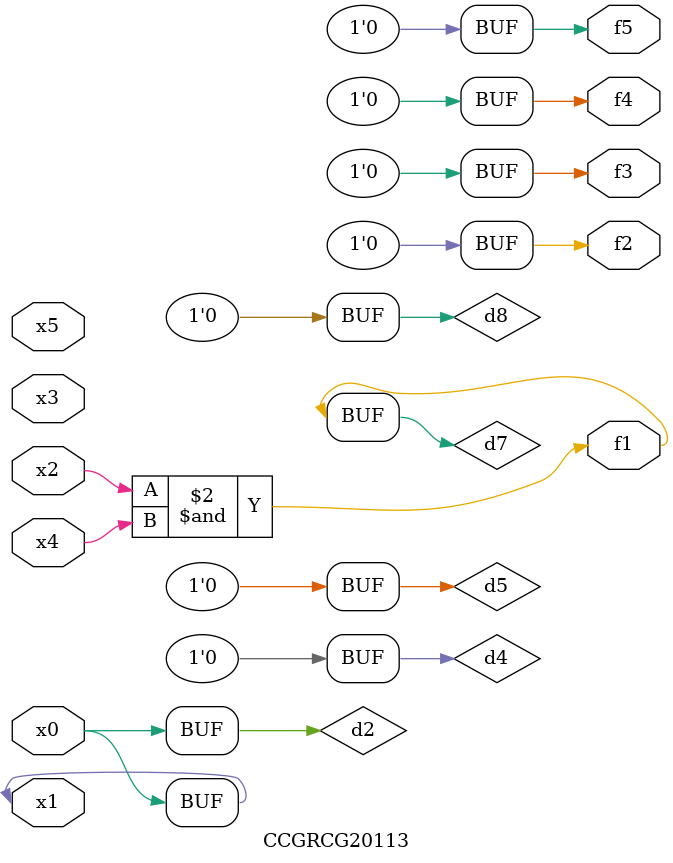
<source format=v>
module CCGRCG20113(
	input x0, x1, x2, x3, x4, x5,
	output f1, f2, f3, f4, f5
);

	wire d1, d2, d3, d4, d5, d6, d7, d8, d9;

	nand (d1, x1);
	buf (d2, x0, x1);
	nand (d3, x2, x4);
	and (d4, d1, d2);
	and (d5, d1, d2);
	nand (d6, d1, d3);
	not (d7, d3);
	xor (d8, d5);
	nor (d9, d5, d6);
	assign f1 = d7;
	assign f2 = d8;
	assign f3 = d8;
	assign f4 = d8;
	assign f5 = d8;
endmodule

</source>
